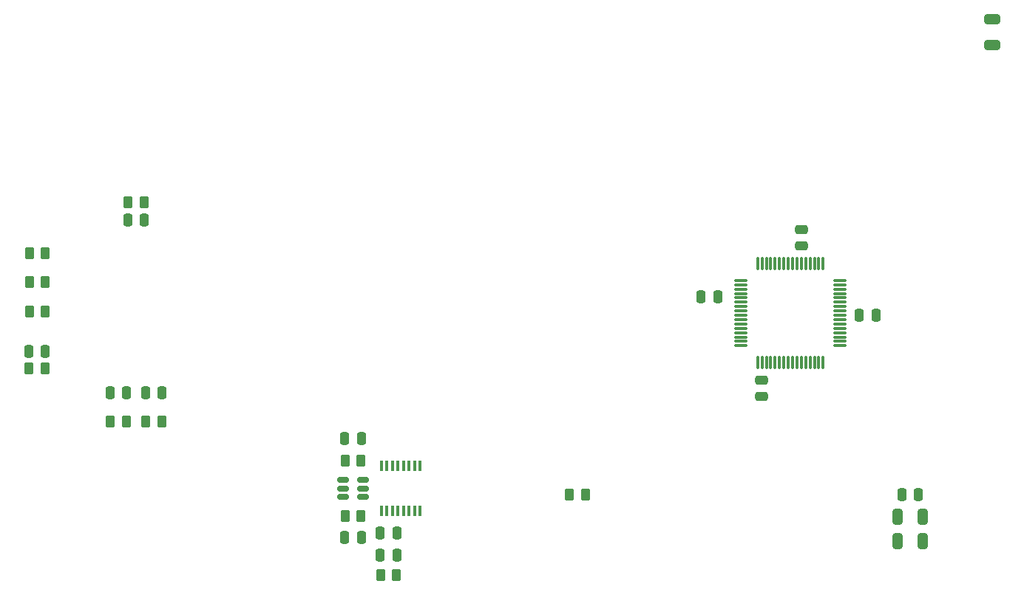
<source format=gtp>
G04 #@! TF.GenerationSoftware,KiCad,Pcbnew,8.0.8*
G04 #@! TF.CreationDate,2025-01-21T16:04:34-08:00*
G04 #@! TF.ProjectId,Control,436f6e74-726f-46c2-9e6b-696361645f70,2.1*
G04 #@! TF.SameCoordinates,Original*
G04 #@! TF.FileFunction,Paste,Top*
G04 #@! TF.FilePolarity,Positive*
%FSLAX46Y46*%
G04 Gerber Fmt 4.6, Leading zero omitted, Abs format (unit mm)*
G04 Created by KiCad (PCBNEW 8.0.8) date 2025-01-21 16:04:34*
%MOMM*%
%LPD*%
G01*
G04 APERTURE LIST*
G04 Aperture macros list*
%AMRoundRect*
0 Rectangle with rounded corners*
0 $1 Rounding radius*
0 $2 $3 $4 $5 $6 $7 $8 $9 X,Y pos of 4 corners*
0 Add a 4 corners polygon primitive as box body*
4,1,4,$2,$3,$4,$5,$6,$7,$8,$9,$2,$3,0*
0 Add four circle primitives for the rounded corners*
1,1,$1+$1,$2,$3*
1,1,$1+$1,$4,$5*
1,1,$1+$1,$6,$7*
1,1,$1+$1,$8,$9*
0 Add four rect primitives between the rounded corners*
20,1,$1+$1,$2,$3,$4,$5,0*
20,1,$1+$1,$4,$5,$6,$7,0*
20,1,$1+$1,$6,$7,$8,$9,0*
20,1,$1+$1,$8,$9,$2,$3,0*%
G04 Aperture macros list end*
%ADD10RoundRect,0.250000X-0.650000X0.325000X-0.650000X-0.325000X0.650000X-0.325000X0.650000X0.325000X0*%
%ADD11RoundRect,0.250000X-0.262500X-0.450000X0.262500X-0.450000X0.262500X0.450000X-0.262500X0.450000X0*%
%ADD12R,0.400000X1.200000*%
%ADD13RoundRect,0.150000X0.512500X0.150000X-0.512500X0.150000X-0.512500X-0.150000X0.512500X-0.150000X0*%
%ADD14RoundRect,0.250000X0.250000X0.475000X-0.250000X0.475000X-0.250000X-0.475000X0.250000X-0.475000X0*%
%ADD15RoundRect,0.250000X-0.250000X-0.475000X0.250000X-0.475000X0.250000X0.475000X-0.250000X0.475000X0*%
%ADD16RoundRect,0.250000X-0.325000X-0.650000X0.325000X-0.650000X0.325000X0.650000X-0.325000X0.650000X0*%
%ADD17RoundRect,0.250000X0.262500X0.450000X-0.262500X0.450000X-0.262500X-0.450000X0.262500X-0.450000X0*%
%ADD18RoundRect,0.250000X0.475000X-0.250000X0.475000X0.250000X-0.475000X0.250000X-0.475000X-0.250000X0*%
%ADD19RoundRect,0.067500X-0.067500X0.670000X-0.067500X-0.670000X0.067500X-0.670000X0.067500X0.670000X0*%
%ADD20RoundRect,0.067500X-0.670000X0.067500X-0.670000X-0.067500X0.670000X-0.067500X0.670000X0.067500X0*%
%ADD21RoundRect,0.250000X-0.475000X0.250000X-0.475000X-0.250000X0.475000X-0.250000X0.475000X0.250000X0*%
G04 APERTURE END LIST*
D10*
G04 #@! TO.C,C10*
X214884000Y-69137000D03*
X214884000Y-72087000D03*
G04 #@! TD*
D11*
G04 #@! TO.C,R2*
X144837500Y-132879000D03*
X146662500Y-132879000D03*
G04 #@! TD*
G04 #@! TO.C,R3*
X140773500Y-119798000D03*
X142598500Y-119798000D03*
G04 #@! TD*
D12*
G04 #@! TO.C,U3*
X149369500Y-120373000D03*
X148734500Y-120373000D03*
X148099500Y-120373000D03*
X147464500Y-120373000D03*
X146829500Y-120373000D03*
X146194500Y-120373000D03*
X145559500Y-120373000D03*
X144924500Y-120373000D03*
X144924500Y-125573000D03*
X145559500Y-125573000D03*
X146194500Y-125573000D03*
X146829500Y-125573000D03*
X147464500Y-125573000D03*
X148099500Y-125573000D03*
X148734500Y-125573000D03*
X149369500Y-125573000D03*
G04 #@! TD*
D13*
G04 #@! TO.C,U2*
X142823500Y-123923000D03*
X142823500Y-122973000D03*
X142823500Y-122023000D03*
X140548500Y-122023000D03*
X140548500Y-122973000D03*
X140548500Y-123923000D03*
G04 #@! TD*
D11*
G04 #@! TO.C,R4*
X140773500Y-126148000D03*
X142598500Y-126148000D03*
G04 #@! TD*
D14*
G04 #@! TO.C,C5*
X146700000Y-130593000D03*
X144800000Y-130593000D03*
G04 #@! TD*
G04 #@! TO.C,C6*
X142636000Y-117258000D03*
X140736000Y-117258000D03*
G04 #@! TD*
G04 #@! TO.C,C2*
X146700000Y-128053000D03*
X144800000Y-128053000D03*
G04 #@! TD*
G04 #@! TO.C,C4*
X142636000Y-128561000D03*
X140736000Y-128561000D03*
G04 #@! TD*
D11*
G04 #@! TO.C,R1*
X166473500Y-123698000D03*
X168298500Y-123698000D03*
G04 #@! TD*
D14*
G04 #@! TO.C,C9*
X201544000Y-103124000D03*
X199644000Y-103124000D03*
G04 #@! TD*
D15*
G04 #@! TO.C,C16*
X104550000Y-107250000D03*
X106450000Y-107250000D03*
G04 #@! TD*
D14*
G04 #@! TO.C,C1*
X206436000Y-123698000D03*
X204536000Y-123698000D03*
G04 #@! TD*
G04 #@! TO.C,C15*
X117790000Y-92202000D03*
X115890000Y-92202000D03*
G04 #@! TD*
D16*
G04 #@! TO.C,C12*
X204011000Y-129032000D03*
X206961000Y-129032000D03*
G04 #@! TD*
D17*
G04 #@! TO.C,R10*
X106444500Y-102714000D03*
X104619500Y-102714000D03*
G04 #@! TD*
D16*
G04 #@! TO.C,C11*
X204011000Y-126238000D03*
X206961000Y-126238000D03*
G04 #@! TD*
D18*
G04 #@! TO.C,C8*
X188468000Y-112456000D03*
X188468000Y-110556000D03*
G04 #@! TD*
D15*
G04 #@! TO.C,C13*
X113858000Y-112014000D03*
X115758000Y-112014000D03*
G04 #@! TD*
D17*
G04 #@! TO.C,R9*
X106444500Y-99322000D03*
X104619500Y-99322000D03*
G04 #@! TD*
D11*
G04 #@! TO.C,R12*
X117959500Y-115316000D03*
X119784500Y-115316000D03*
G04 #@! TD*
D14*
G04 #@! TO.C,C14*
X119822000Y-112014000D03*
X117922000Y-112014000D03*
G04 #@! TD*
D17*
G04 #@! TO.C,R11*
X115720500Y-115316000D03*
X113895500Y-115316000D03*
G04 #@! TD*
G04 #@! TO.C,R8*
X106444500Y-96020000D03*
X104619500Y-96020000D03*
G04 #@! TD*
G04 #@! TO.C,R14*
X106412500Y-109214000D03*
X104587500Y-109214000D03*
G04 #@! TD*
D19*
G04 #@! TO.C,U1*
X195520000Y-97207500D03*
X195020000Y-97207500D03*
X194520000Y-97207500D03*
X194020000Y-97207500D03*
X193520000Y-97207500D03*
X193020000Y-97207500D03*
X192520000Y-97207500D03*
X192020000Y-97207500D03*
X191520000Y-97207500D03*
X191020000Y-97207500D03*
X190520000Y-97207500D03*
X190020000Y-97207500D03*
X189520000Y-97207500D03*
X189020000Y-97207500D03*
X188520000Y-97207500D03*
X188020000Y-97207500D03*
D20*
X186107500Y-99120000D03*
X186107500Y-99620000D03*
X186107500Y-100120000D03*
X186107500Y-100620000D03*
X186107500Y-101120000D03*
X186107500Y-101620000D03*
X186107500Y-102120000D03*
X186107500Y-102620000D03*
X186107500Y-103120000D03*
X186107500Y-103620000D03*
X186107500Y-104120000D03*
X186107500Y-104620000D03*
X186107500Y-105120000D03*
X186107500Y-105620000D03*
X186107500Y-106120000D03*
X186107500Y-106620000D03*
D19*
X188020000Y-108532500D03*
X188520000Y-108532500D03*
X189020000Y-108532500D03*
X189520000Y-108532500D03*
X190020000Y-108532500D03*
X190520000Y-108532500D03*
X191020000Y-108532500D03*
X191520000Y-108532500D03*
X192020000Y-108532500D03*
X192520000Y-108532500D03*
X193020000Y-108532500D03*
X193520000Y-108532500D03*
X194020000Y-108532500D03*
X194520000Y-108532500D03*
X195020000Y-108532500D03*
X195520000Y-108532500D03*
D20*
X197432500Y-106620000D03*
X197432500Y-106120000D03*
X197432500Y-105620000D03*
X197432500Y-105120000D03*
X197432500Y-104620000D03*
X197432500Y-104120000D03*
X197432500Y-103620000D03*
X197432500Y-103120000D03*
X197432500Y-102620000D03*
X197432500Y-102120000D03*
X197432500Y-101620000D03*
X197432500Y-101120000D03*
X197432500Y-100620000D03*
X197432500Y-100120000D03*
X197432500Y-99620000D03*
X197432500Y-99120000D03*
G04 #@! TD*
D21*
G04 #@! TO.C,C3*
X193040000Y-93284000D03*
X193040000Y-95184000D03*
G04 #@! TD*
D11*
G04 #@! TO.C,R13*
X115927500Y-90170000D03*
X117752500Y-90170000D03*
G04 #@! TD*
D15*
G04 #@! TO.C,C7*
X181550000Y-101000000D03*
X183450000Y-101000000D03*
G04 #@! TD*
M02*

</source>
